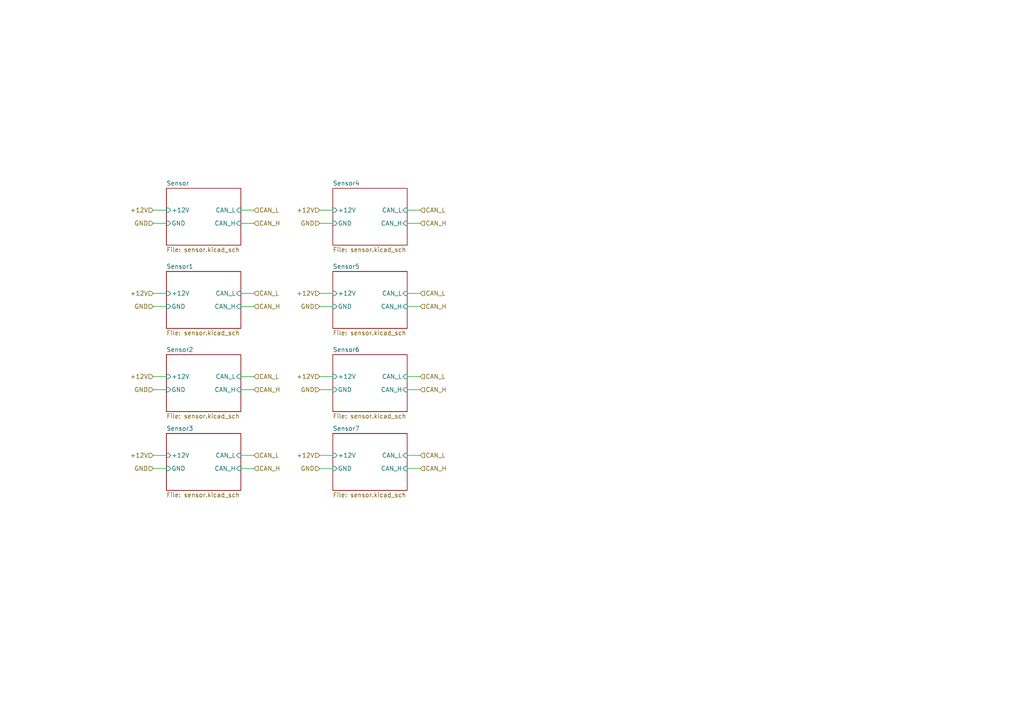
<source format=kicad_sch>
(kicad_sch
	(version 20231120)
	(generator "eeschema")
	(generator_version "8.0")
	(uuid "27b70fe9-a37b-40d7-8399-46dbb14cd6af")
	(paper "A4")
	(lib_symbols)
	(wire
		(pts
			(xy 69.85 135.89) (xy 73.66 135.89)
		)
		(stroke
			(width 0)
			(type default)
		)
		(uuid "016c293a-1b6a-4f37-b489-a30321f8f349")
	)
	(wire
		(pts
			(xy 92.71 113.03) (xy 96.52 113.03)
		)
		(stroke
			(width 0)
			(type default)
		)
		(uuid "07b8f8d1-3d48-4a03-afb8-81957d8dfc41")
	)
	(wire
		(pts
			(xy 118.11 132.08) (xy 121.92 132.08)
		)
		(stroke
			(width 0)
			(type default)
		)
		(uuid "0f2f2946-d544-4482-903c-088195ebf198")
	)
	(wire
		(pts
			(xy 118.11 135.89) (xy 121.92 135.89)
		)
		(stroke
			(width 0)
			(type default)
		)
		(uuid "13ecfa5e-0289-420a-bc3e-96b7ced265ff")
	)
	(wire
		(pts
			(xy 118.11 88.9) (xy 121.92 88.9)
		)
		(stroke
			(width 0)
			(type default)
		)
		(uuid "2bbec06d-7d86-4a47-a2f0-9f559f9105d7")
	)
	(wire
		(pts
			(xy 69.85 113.03) (xy 73.66 113.03)
		)
		(stroke
			(width 0)
			(type default)
		)
		(uuid "2bee24b5-314a-44ea-b1b3-0a41fca8a838")
	)
	(wire
		(pts
			(xy 69.85 109.22) (xy 73.66 109.22)
		)
		(stroke
			(width 0)
			(type default)
		)
		(uuid "3504e0cc-fdde-43b7-a8aa-93de2c0ba177")
	)
	(wire
		(pts
			(xy 44.45 64.77) (xy 48.26 64.77)
		)
		(stroke
			(width 0)
			(type default)
		)
		(uuid "3f2fa593-76c3-4961-a63b-381f0fccc1d2")
	)
	(wire
		(pts
			(xy 69.85 88.9) (xy 73.66 88.9)
		)
		(stroke
			(width 0)
			(type default)
		)
		(uuid "40949ee2-d6d2-4e56-be37-75dc11af2b4c")
	)
	(wire
		(pts
			(xy 92.71 60.96) (xy 96.52 60.96)
		)
		(stroke
			(width 0)
			(type default)
		)
		(uuid "43de1619-77ea-4271-b713-4980aeee1517")
	)
	(wire
		(pts
			(xy 44.45 60.96) (xy 48.26 60.96)
		)
		(stroke
			(width 0)
			(type default)
		)
		(uuid "441112cc-4070-4109-91e4-36128e1b1938")
	)
	(wire
		(pts
			(xy 92.71 64.77) (xy 96.52 64.77)
		)
		(stroke
			(width 0)
			(type default)
		)
		(uuid "44c0799b-9e64-4090-a071-811791c99ec2")
	)
	(wire
		(pts
			(xy 44.45 85.09) (xy 48.26 85.09)
		)
		(stroke
			(width 0)
			(type default)
		)
		(uuid "476faae3-f732-4b93-a7c7-43a41fa056ee")
	)
	(wire
		(pts
			(xy 92.71 109.22) (xy 96.52 109.22)
		)
		(stroke
			(width 0)
			(type default)
		)
		(uuid "4baa8bec-e901-418d-be2e-5eff3a8ffadf")
	)
	(wire
		(pts
			(xy 69.85 85.09) (xy 73.66 85.09)
		)
		(stroke
			(width 0)
			(type default)
		)
		(uuid "5388a7cd-28a0-481f-8c1a-8146462479a2")
	)
	(wire
		(pts
			(xy 92.71 132.08) (xy 96.52 132.08)
		)
		(stroke
			(width 0)
			(type default)
		)
		(uuid "5e2d482a-ea02-4800-96a8-cddd347d1055")
	)
	(wire
		(pts
			(xy 69.85 64.77) (xy 73.66 64.77)
		)
		(stroke
			(width 0)
			(type default)
		)
		(uuid "6a4b27cf-4b1a-452f-bc50-f6c60ec2c0bf")
	)
	(wire
		(pts
			(xy 44.45 135.89) (xy 48.26 135.89)
		)
		(stroke
			(width 0)
			(type default)
		)
		(uuid "75190ff3-b72d-4171-843e-ffc2c9c69a47")
	)
	(wire
		(pts
			(xy 118.11 64.77) (xy 121.92 64.77)
		)
		(stroke
			(width 0)
			(type default)
		)
		(uuid "7b6bd103-95a0-4e14-9873-f0ee0cb1e904")
	)
	(wire
		(pts
			(xy 69.85 132.08) (xy 73.66 132.08)
		)
		(stroke
			(width 0)
			(type default)
		)
		(uuid "8fac5fbf-ddac-4be8-bbe1-a152b494704d")
	)
	(wire
		(pts
			(xy 44.45 113.03) (xy 48.26 113.03)
		)
		(stroke
			(width 0)
			(type default)
		)
		(uuid "95194ade-ddaf-41d9-bc6d-083265ae1d5c")
	)
	(wire
		(pts
			(xy 92.71 135.89) (xy 96.52 135.89)
		)
		(stroke
			(width 0)
			(type default)
		)
		(uuid "98d93416-e657-4536-bb2c-61dbe8d47c2b")
	)
	(wire
		(pts
			(xy 118.11 85.09) (xy 121.92 85.09)
		)
		(stroke
			(width 0)
			(type default)
		)
		(uuid "a108cb54-a561-4d14-8f57-bec75be6826c")
	)
	(wire
		(pts
			(xy 44.45 109.22) (xy 48.26 109.22)
		)
		(stroke
			(width 0)
			(type default)
		)
		(uuid "a233f390-c80d-4647-b932-eeeabed46a42")
	)
	(wire
		(pts
			(xy 92.71 85.09) (xy 96.52 85.09)
		)
		(stroke
			(width 0)
			(type default)
		)
		(uuid "a53f2b2b-5f0d-48c8-bde5-e49ce2807ec0")
	)
	(wire
		(pts
			(xy 44.45 132.08) (xy 48.26 132.08)
		)
		(stroke
			(width 0)
			(type default)
		)
		(uuid "a56d0f7e-1eaf-447c-9281-07e7d5f07dea")
	)
	(wire
		(pts
			(xy 69.85 60.96) (xy 73.66 60.96)
		)
		(stroke
			(width 0)
			(type default)
		)
		(uuid "ab4ecf81-bb93-410d-aa76-b2e09638c20b")
	)
	(wire
		(pts
			(xy 118.11 109.22) (xy 121.92 109.22)
		)
		(stroke
			(width 0)
			(type default)
		)
		(uuid "b2784d4f-a3bd-4e3b-a239-e81e40d3273f")
	)
	(wire
		(pts
			(xy 118.11 113.03) (xy 121.92 113.03)
		)
		(stroke
			(width 0)
			(type default)
		)
		(uuid "babf2133-13c3-4991-8402-de6cdaa3fedd")
	)
	(wire
		(pts
			(xy 118.11 60.96) (xy 121.92 60.96)
		)
		(stroke
			(width 0)
			(type default)
		)
		(uuid "d8c096e0-540c-47f2-9655-14fc8c2a462d")
	)
	(wire
		(pts
			(xy 44.45 88.9) (xy 48.26 88.9)
		)
		(stroke
			(width 0)
			(type default)
		)
		(uuid "f51c4cd4-cd5e-42c6-9ed0-061b974874c3")
	)
	(wire
		(pts
			(xy 92.71 88.9) (xy 96.52 88.9)
		)
		(stroke
			(width 0)
			(type default)
		)
		(uuid "f75f611c-6dfa-4b54-b06a-bec929275097")
	)
	(hierarchical_label "CAN_H"
		(shape input)
		(at 73.66 113.03 0)
		(fields_autoplaced yes)
		(effects
			(font
				(size 1.27 1.27)
			)
			(justify left)
		)
		(uuid "07a0829f-b3a6-4c94-b3b4-37aac36e6343")
	)
	(hierarchical_label "+12V"
		(shape input)
		(at 92.71 85.09 180)
		(fields_autoplaced yes)
		(effects
			(font
				(size 1.27 1.27)
			)
			(justify right)
		)
		(uuid "0c4b08ed-7b32-4089-9237-65822ad8a4be")
	)
	(hierarchical_label "GND"
		(shape input)
		(at 92.71 64.77 180)
		(fields_autoplaced yes)
		(effects
			(font
				(size 1.27 1.27)
			)
			(justify right)
		)
		(uuid "1fb566d8-3999-40aa-96c3-79285bb6ad55")
	)
	(hierarchical_label "+12V"
		(shape input)
		(at 92.71 132.08 180)
		(fields_autoplaced yes)
		(effects
			(font
				(size 1.27 1.27)
			)
			(justify right)
		)
		(uuid "2949db9c-7b52-45b5-bc7e-90d1a1b42579")
	)
	(hierarchical_label "CAN_L"
		(shape input)
		(at 121.92 85.09 0)
		(fields_autoplaced yes)
		(effects
			(font
				(size 1.27 1.27)
			)
			(justify left)
		)
		(uuid "40e87d7e-a3b5-4d06-b02e-00d9af25dcea")
	)
	(hierarchical_label "CAN_H"
		(shape input)
		(at 73.66 135.89 0)
		(fields_autoplaced yes)
		(effects
			(font
				(size 1.27 1.27)
			)
			(justify left)
		)
		(uuid "493647af-4de8-444c-b10a-2accecd9f9e8")
	)
	(hierarchical_label "GND"
		(shape input)
		(at 44.45 88.9 180)
		(fields_autoplaced yes)
		(effects
			(font
				(size 1.27 1.27)
			)
			(justify right)
		)
		(uuid "505b08ab-1718-41bf-b386-6d55a9d0abcd")
	)
	(hierarchical_label "CAN_L"
		(shape input)
		(at 121.92 132.08 0)
		(fields_autoplaced yes)
		(effects
			(font
				(size 1.27 1.27)
			)
			(justify left)
		)
		(uuid "524ce79c-15d8-4acd-bace-97ee980d40ac")
	)
	(hierarchical_label "+12V"
		(shape input)
		(at 44.45 85.09 180)
		(fields_autoplaced yes)
		(effects
			(font
				(size 1.27 1.27)
			)
			(justify right)
		)
		(uuid "59058741-ca57-4512-8c5b-d4c4a2882e2a")
	)
	(hierarchical_label "GND"
		(shape input)
		(at 44.45 113.03 180)
		(fields_autoplaced yes)
		(effects
			(font
				(size 1.27 1.27)
			)
			(justify right)
		)
		(uuid "6f3e9d20-73cf-4650-b166-dc4970301af6")
	)
	(hierarchical_label "CAN_H"
		(shape input)
		(at 73.66 64.77 0)
		(fields_autoplaced yes)
		(effects
			(font
				(size 1.27 1.27)
			)
			(justify left)
		)
		(uuid "73f818a7-aeeb-4f8b-9bb0-48b993b87fbe")
	)
	(hierarchical_label "GND"
		(shape input)
		(at 44.45 64.77 180)
		(fields_autoplaced yes)
		(effects
			(font
				(size 1.27 1.27)
			)
			(justify right)
		)
		(uuid "951e36cb-0a8e-471b-8694-58e0259a366c")
	)
	(hierarchical_label "CAN_L"
		(shape input)
		(at 73.66 132.08 0)
		(fields_autoplaced yes)
		(effects
			(font
				(size 1.27 1.27)
			)
			(justify left)
		)
		(uuid "a4f7db84-a59e-444f-baa3-2df2bf326c11")
	)
	(hierarchical_label "CAN_H"
		(shape input)
		(at 121.92 135.89 0)
		(fields_autoplaced yes)
		(effects
			(font
				(size 1.27 1.27)
			)
			(justify left)
		)
		(uuid "a7c9c191-8dac-453d-bdda-178d8c38ea30")
	)
	(hierarchical_label "+12V"
		(shape input)
		(at 44.45 60.96 180)
		(fields_autoplaced yes)
		(effects
			(font
				(size 1.27 1.27)
			)
			(justify right)
		)
		(uuid "ae1dc23c-9c1f-41e1-83c3-408237cbcb18")
	)
	(hierarchical_label "GND"
		(shape input)
		(at 92.71 135.89 180)
		(fields_autoplaced yes)
		(effects
			(font
				(size 1.27 1.27)
			)
			(justify right)
		)
		(uuid "b16ef1e3-c633-40f6-82a2-0b91ee289f9c")
	)
	(hierarchical_label "CAN_H"
		(shape input)
		(at 121.92 88.9 0)
		(fields_autoplaced yes)
		(effects
			(font
				(size 1.27 1.27)
			)
			(justify left)
		)
		(uuid "b4f78358-3f08-4bf4-943a-cb342b090b30")
	)
	(hierarchical_label "+12V"
		(shape input)
		(at 92.71 109.22 180)
		(fields_autoplaced yes)
		(effects
			(font
				(size 1.27 1.27)
			)
			(justify right)
		)
		(uuid "b5830bae-ddc6-48c4-b128-a03430a63af5")
	)
	(hierarchical_label "CAN_L"
		(shape input)
		(at 121.92 60.96 0)
		(fields_autoplaced yes)
		(effects
			(font
				(size 1.27 1.27)
			)
			(justify left)
		)
		(uuid "b6069b62-2517-4f8b-ac9a-a6942e268ad7")
	)
	(hierarchical_label "CAN_L"
		(shape input)
		(at 73.66 60.96 0)
		(fields_autoplaced yes)
		(effects
			(font
				(size 1.27 1.27)
			)
			(justify left)
		)
		(uuid "b8d321ba-d837-4881-b766-976c7d00e478")
	)
	(hierarchical_label "GND"
		(shape input)
		(at 92.71 113.03 180)
		(fields_autoplaced yes)
		(effects
			(font
				(size 1.27 1.27)
			)
			(justify right)
		)
		(uuid "b9b0fa6f-4809-4afa-9f34-446039b628ed")
	)
	(hierarchical_label "+12V"
		(shape input)
		(at 44.45 109.22 180)
		(fields_autoplaced yes)
		(effects
			(font
				(size 1.27 1.27)
			)
			(justify right)
		)
		(uuid "c44f197a-4bf9-43fd-96e6-fbd487b4b59e")
	)
	(hierarchical_label "CAN_H"
		(shape input)
		(at 121.92 64.77 0)
		(fields_autoplaced yes)
		(effects
			(font
				(size 1.27 1.27)
			)
			(justify left)
		)
		(uuid "c597b750-5651-47c3-a649-96e6ee9d1662")
	)
	(hierarchical_label "CAN_H"
		(shape input)
		(at 121.92 113.03 0)
		(fields_autoplaced yes)
		(effects
			(font
				(size 1.27 1.27)
			)
			(justify left)
		)
		(uuid "c67e14cd-4e47-4426-98a4-f00bcedc972e")
	)
	(hierarchical_label "GND"
		(shape input)
		(at 44.45 135.89 180)
		(fields_autoplaced yes)
		(effects
			(font
				(size 1.27 1.27)
			)
			(justify right)
		)
		(uuid "d2a2dec8-e921-47a9-9c13-b4cb01adf67c")
	)
	(hierarchical_label "CAN_L"
		(shape input)
		(at 73.66 85.09 0)
		(fields_autoplaced yes)
		(effects
			(font
				(size 1.27 1.27)
			)
			(justify left)
		)
		(uuid "e72a2cf2-17c0-4c7b-83c8-5bcc7b937316")
	)
	(hierarchical_label "CAN_L"
		(shape input)
		(at 73.66 109.22 0)
		(fields_autoplaced yes)
		(effects
			(font
				(size 1.27 1.27)
			)
			(justify left)
		)
		(uuid "ebea1ad9-4949-450b-b093-c3d69bd9bc8f")
	)
	(hierarchical_label "CAN_H"
		(shape input)
		(at 73.66 88.9 0)
		(fields_autoplaced yes)
		(effects
			(font
				(size 1.27 1.27)
			)
			(justify left)
		)
		(uuid "ed63ed51-0a96-447f-a3bd-41f47a68fc9c")
	)
	(hierarchical_label "+12V"
		(shape input)
		(at 92.71 60.96 180)
		(fields_autoplaced yes)
		(effects
			(font
				(size 1.27 1.27)
			)
			(justify right)
		)
		(uuid "f082e481-46fa-49b7-ae2e-9b75a7fbf0d2")
	)
	(hierarchical_label "+12V"
		(shape input)
		(at 44.45 132.08 180)
		(fields_autoplaced yes)
		(effects
			(font
				(size 1.27 1.27)
			)
			(justify right)
		)
		(uuid "f837ea6f-acb0-41bb-a175-e8681b91c513")
	)
	(hierarchical_label "GND"
		(shape input)
		(at 92.71 88.9 180)
		(fields_autoplaced yes)
		(effects
			(font
				(size 1.27 1.27)
			)
			(justify right)
		)
		(uuid "ff22387c-c1d7-40fd-818d-40d1caa7323e")
	)
	(hierarchical_label "CAN_L"
		(shape input)
		(at 121.92 109.22 0)
		(fields_autoplaced yes)
		(effects
			(font
				(size 1.27 1.27)
			)
			(justify left)
		)
		(uuid "ff364865-12ea-4b75-a8b9-4b954c94bca0")
	)
	(sheet
		(at 96.52 54.61)
		(size 21.59 16.51)
		(fields_autoplaced yes)
		(stroke
			(width 0.1524)
			(type solid)
		)
		(fill
			(color 0 0 0 0.0000)
		)
		(uuid "57b3bab1-4604-4025-a7d0-014d6bebeb49")
		(property "Sheetname" "Sensor4"
			(at 96.52 53.8984 0)
			(effects
				(font
					(size 1.27 1.27)
				)
				(justify left bottom)
			)
		)
		(property "Sheetfile" "sensor.kicad_sch"
			(at 96.52 71.7046 0)
			(effects
				(font
					(size 1.27 1.27)
				)
				(justify left top)
			)
		)
		(pin "GND" input
			(at 96.52 64.77 180)
			(effects
				(font
					(size 1.27 1.27)
				)
				(justify left)
			)
			(uuid "feacc894-d326-4c51-a97d-0f4f0da670ab")
		)
		(pin "CAN_H" input
			(at 118.11 64.77 0)
			(effects
				(font
					(size 1.27 1.27)
				)
				(justify right)
			)
			(uuid "ce3d05c9-65cb-41cd-b437-a13fbb822b71")
		)
		(pin "CAN_L" input
			(at 118.11 60.96 0)
			(effects
				(font
					(size 1.27 1.27)
				)
				(justify right)
			)
			(uuid "3c8ea3cc-c2b5-497c-9941-faaab5528363")
		)
		(pin "+12V" input
			(at 96.52 60.96 180)
			(effects
				(font
					(size 1.27 1.27)
				)
				(justify left)
			)
			(uuid "2a9a7e45-8944-4b39-a6b3-24f5972fbca9")
		)
		(instances
			(project "main"
				(path "/54fbbba9-a737-4199-9a4b-f9fa49b3de5e/956e0365-6d74-4799-9d68-b1a004ee179e"
					(page "26")
				)
			)
		)
	)
	(sheet
		(at 48.26 78.74)
		(size 21.59 16.51)
		(fields_autoplaced yes)
		(stroke
			(width 0.1524)
			(type solid)
		)
		(fill
			(color 0 0 0 0.0000)
		)
		(uuid "6855a4a5-fa00-4b78-a90f-a5ba72afe8da")
		(property "Sheetname" "Sensor1"
			(at 48.26 78.0284 0)
			(effects
				(font
					(size 1.27 1.27)
				)
				(justify left bottom)
			)
		)
		(property "Sheetfile" "sensor.kicad_sch"
			(at 48.26 95.8346 0)
			(effects
				(font
					(size 1.27 1.27)
				)
				(justify left top)
			)
		)
		(pin "GND" input
			(at 48.26 88.9 180)
			(effects
				(font
					(size 1.27 1.27)
				)
				(justify left)
			)
			(uuid "38c7fcc4-d224-499f-a1ef-1a229b68fb50")
		)
		(pin "CAN_H" input
			(at 69.85 88.9 0)
			(effects
				(font
					(size 1.27 1.27)
				)
				(justify right)
			)
			(uuid "38ab6c38-8e93-453a-9977-e21513473524")
		)
		(pin "CAN_L" input
			(at 69.85 85.09 0)
			(effects
				(font
					(size 1.27 1.27)
				)
				(justify right)
			)
			(uuid "49a9f691-52ab-464d-8aa6-0b1734c8c094")
		)
		(pin "+12V" input
			(at 48.26 85.09 180)
			(effects
				(font
					(size 1.27 1.27)
				)
				(justify left)
			)
			(uuid "0c60a665-9125-442f-8409-671dfbe1f78a")
		)
		(instances
			(project "main"
				(path "/54fbbba9-a737-4199-9a4b-f9fa49b3de5e/956e0365-6d74-4799-9d68-b1a004ee179e"
					(page "23")
				)
			)
		)
	)
	(sheet
		(at 48.26 102.87)
		(size 21.59 16.51)
		(fields_autoplaced yes)
		(stroke
			(width 0.1524)
			(type solid)
		)
		(fill
			(color 0 0 0 0.0000)
		)
		(uuid "691d0288-4a08-47b2-8436-3e4c1f0c1747")
		(property "Sheetname" "Sensor2"
			(at 48.26 102.1584 0)
			(effects
				(font
					(size 1.27 1.27)
				)
				(justify left bottom)
			)
		)
		(property "Sheetfile" "sensor.kicad_sch"
			(at 48.26 119.9646 0)
			(effects
				(font
					(size 1.27 1.27)
				)
				(justify left top)
			)
		)
		(pin "GND" input
			(at 48.26 113.03 180)
			(effects
				(font
					(size 1.27 1.27)
				)
				(justify left)
			)
			(uuid "41416e96-9194-424a-b9e8-f8af34d4e364")
		)
		(pin "CAN_H" input
			(at 69.85 113.03 0)
			(effects
				(font
					(size 1.27 1.27)
				)
				(justify right)
			)
			(uuid "56c0937d-94ef-4506-8c91-408811c99aae")
		)
		(pin "CAN_L" input
			(at 69.85 109.22 0)
			(effects
				(font
					(size 1.27 1.27)
				)
				(justify right)
			)
			(uuid "f956f4df-960d-4393-be3a-43251ce66d87")
		)
		(pin "+12V" input
			(at 48.26 109.22 180)
			(effects
				(font
					(size 1.27 1.27)
				)
				(justify left)
			)
			(uuid "d081455b-e5ea-4888-b34c-9e9fac98d0ad")
		)
		(instances
			(project "main"
				(path "/54fbbba9-a737-4199-9a4b-f9fa49b3de5e/956e0365-6d74-4799-9d68-b1a004ee179e"
					(page "24")
				)
			)
		)
	)
	(sheet
		(at 48.26 54.61)
		(size 21.59 16.51)
		(fields_autoplaced yes)
		(stroke
			(width 0.1524)
			(type solid)
		)
		(fill
			(color 0 0 0 0.0000)
		)
		(uuid "6bee5958-45a1-4a7d-a0c1-aebf48de0034")
		(property "Sheetname" "Sensor"
			(at 48.26 53.8984 0)
			(effects
				(font
					(size 1.27 1.27)
				)
				(justify left bottom)
			)
		)
		(property "Sheetfile" "sensor.kicad_sch"
			(at 48.26 71.7046 0)
			(effects
				(font
					(size 1.27 1.27)
				)
				(justify left top)
			)
		)
		(pin "GND" input
			(at 48.26 64.77 180)
			(effects
				(font
					(size 1.27 1.27)
				)
				(justify left)
			)
			(uuid "c1d79e4c-27e1-4ba3-8f5b-2a73a6a7fb8d")
		)
		(pin "CAN_H" input
			(at 69.85 64.77 0)
			(effects
				(font
					(size 1.27 1.27)
				)
				(justify right)
			)
			(uuid "cd33230a-7383-4c49-9bef-b8ea75928855")
		)
		(pin "CAN_L" input
			(at 69.85 60.96 0)
			(effects
				(font
					(size 1.27 1.27)
				)
				(justify right)
			)
			(uuid "0917ea9e-10a7-49b5-b1a1-70e4d847f5e3")
		)
		(pin "+12V" input
			(at 48.26 60.96 180)
			(effects
				(font
					(size 1.27 1.27)
				)
				(justify left)
			)
			(uuid "bcc05765-0813-459f-9dce-cd9ae769b7b7")
		)
		(instances
			(project "main"
				(path "/54fbbba9-a737-4199-9a4b-f9fa49b3de5e/956e0365-6d74-4799-9d68-b1a004ee179e"
					(page "22")
				)
			)
		)
	)
	(sheet
		(at 48.26 125.73)
		(size 21.59 16.51)
		(fields_autoplaced yes)
		(stroke
			(width 0.1524)
			(type solid)
		)
		(fill
			(color 0 0 0 0.0000)
		)
		(uuid "6f6ee34e-65bb-4441-8b73-56da4d26aeea")
		(property "Sheetname" "Sensor3"
			(at 48.26 125.0184 0)
			(effects
				(font
					(size 1.27 1.27)
				)
				(justify left bottom)
			)
		)
		(property "Sheetfile" "sensor.kicad_sch"
			(at 48.26 142.8246 0)
			(effects
				(font
					(size 1.27 1.27)
				)
				(justify left top)
			)
		)
		(pin "GND" input
			(at 48.26 135.89 180)
			(effects
				(font
					(size 1.27 1.27)
				)
				(justify left)
			)
			(uuid "87e08eca-60a5-4495-aedd-d1d0d358a9e4")
		)
		(pin "CAN_H" input
			(at 69.85 135.89 0)
			(effects
				(font
					(size 1.27 1.27)
				)
				(justify right)
			)
			(uuid "7d9eaa72-75df-4f8d-934b-4e0d818379bf")
		)
		(pin "CAN_L" input
			(at 69.85 132.08 0)
			(effects
				(font
					(size 1.27 1.27)
				)
				(justify right)
			)
			(uuid "06c82dd9-dd57-4ff5-adc8-208bc47109a2")
		)
		(pin "+12V" input
			(at 48.26 132.08 180)
			(effects
				(font
					(size 1.27 1.27)
				)
				(justify left)
			)
			(uuid "59cf668d-d15f-45a0-905f-de3831e10849")
		)
		(instances
			(project "main"
				(path "/54fbbba9-a737-4199-9a4b-f9fa49b3de5e/956e0365-6d74-4799-9d68-b1a004ee179e"
					(page "25")
				)
			)
		)
	)
	(sheet
		(at 96.52 78.74)
		(size 21.59 16.51)
		(fields_autoplaced yes)
		(stroke
			(width 0.1524)
			(type solid)
		)
		(fill
			(color 0 0 0 0.0000)
		)
		(uuid "b34b64d7-314b-4467-b59e-c5298b76d948")
		(property "Sheetname" "Sensor5"
			(at 96.52 78.0284 0)
			(effects
				(font
					(size 1.27 1.27)
				)
				(justify left bottom)
			)
		)
		(property "Sheetfile" "sensor.kicad_sch"
			(at 96.52 95.8346 0)
			(effects
				(font
					(size 1.27 1.27)
				)
				(justify left top)
			)
		)
		(pin "GND" input
			(at 96.52 88.9 180)
			(effects
				(font
					(size 1.27 1.27)
				)
				(justify left)
			)
			(uuid "3708e7f2-bec1-4ef3-b127-eae85f5452c9")
		)
		(pin "CAN_H" input
			(at 118.11 88.9 0)
			(effects
				(font
					(size 1.27 1.27)
				)
				(justify right)
			)
			(uuid "3dd40bcf-a2d5-4477-8120-c9129203bb00")
		)
		(pin "CAN_L" input
			(at 118.11 85.09 0)
			(effects
				(font
					(size 1.27 1.27)
				)
				(justify right)
			)
			(uuid "790d8ea0-cbcf-4353-9836-55dc15ea4034")
		)
		(pin "+12V" input
			(at 96.52 85.09 180)
			(effects
				(font
					(size 1.27 1.27)
				)
				(justify left)
			)
			(uuid "b8456ec0-7b76-408a-995e-fbc9396088ba")
		)
		(instances
			(project "main"
				(path "/54fbbba9-a737-4199-9a4b-f9fa49b3de5e/956e0365-6d74-4799-9d68-b1a004ee179e"
					(page "27")
				)
			)
		)
	)
	(sheet
		(at 96.52 102.87)
		(size 21.59 16.51)
		(fields_autoplaced yes)
		(stroke
			(width 0.1524)
			(type solid)
		)
		(fill
			(color 0 0 0 0.0000)
		)
		(uuid "e0637250-b07d-48bf-bc40-89e569854304")
		(property "Sheetname" "Sensor6"
			(at 96.52 102.1584 0)
			(effects
				(font
					(size 1.27 1.27)
				)
				(justify left bottom)
			)
		)
		(property "Sheetfile" "sensor.kicad_sch"
			(at 96.52 119.9646 0)
			(effects
				(font
					(size 1.27 1.27)
				)
				(justify left top)
			)
		)
		(pin "GND" input
			(at 96.52 113.03 180)
			(effects
				(font
					(size 1.27 1.27)
				)
				(justify left)
			)
			(uuid "094f6905-8f7b-41b4-9380-972197f296d6")
		)
		(pin "CAN_H" input
			(at 118.11 113.03 0)
			(effects
				(font
					(size 1.27 1.27)
				)
				(justify right)
			)
			(uuid "01d6245d-955e-44f8-98ab-7e430e2f9e12")
		)
		(pin "CAN_L" input
			(at 118.11 109.22 0)
			(effects
				(font
					(size 1.27 1.27)
				)
				(justify right)
			)
			(uuid "0560944a-2a62-4405-913c-78c34dc01dc3")
		)
		(pin "+12V" input
			(at 96.52 109.22 180)
			(effects
				(font
					(size 1.27 1.27)
				)
				(justify left)
			)
			(uuid "1309b7df-d444-49f4-9dfd-522c41ed1709")
		)
		(instances
			(project "main"
				(path "/54fbbba9-a737-4199-9a4b-f9fa49b3de5e/956e0365-6d74-4799-9d68-b1a004ee179e"
					(page "28")
				)
			)
		)
	)
	(sheet
		(at 96.52 125.73)
		(size 21.59 16.51)
		(fields_autoplaced yes)
		(stroke
			(width 0.1524)
			(type solid)
		)
		(fill
			(color 0 0 0 0.0000)
		)
		(uuid "fe6e5755-08f6-44db-b5fd-3ef1da44653a")
		(property "Sheetname" "Sensor7"
			(at 96.52 125.0184 0)
			(effects
				(font
					(size 1.27 1.27)
				)
				(justify left bottom)
			)
		)
		(property "Sheetfile" "sensor.kicad_sch"
			(at 96.52 142.8246 0)
			(effects
				(font
					(size 1.27 1.27)
				)
				(justify left top)
			)
		)
		(pin "GND" input
			(at 96.52 135.89 180)
			(effects
				(font
					(size 1.27 1.27)
				)
				(justify left)
			)
			(uuid "4ded7338-53c1-4633-9986-d45b6125fbe1")
		)
		(pin "CAN_H" input
			(at 118.11 135.89 0)
			(effects
				(font
					(size 1.27 1.27)
				)
				(justify right)
			)
			(uuid "a35ad585-b005-47d1-be6c-6addb006d8b2")
		)
		(pin "CAN_L" input
			(at 118.11 132.08 0)
			(effects
				(font
					(size 1.27 1.27)
				)
				(justify right)
			)
			(uuid "7f7f18e2-9a1c-4d8f-a0ad-77d0ff41f89c")
		)
		(pin "+12V" input
			(at 96.52 132.08 180)
			(effects
				(font
					(size 1.27 1.27)
				)
				(justify left)
			)
			(uuid "95c96cdc-77e2-435a-b3ea-94d57b2af02b")
		)
		(instances
			(project "main"
				(path "/54fbbba9-a737-4199-9a4b-f9fa49b3de5e/956e0365-6d74-4799-9d68-b1a004ee179e"
					(page "29")
				)
			)
		)
	)
)

</source>
